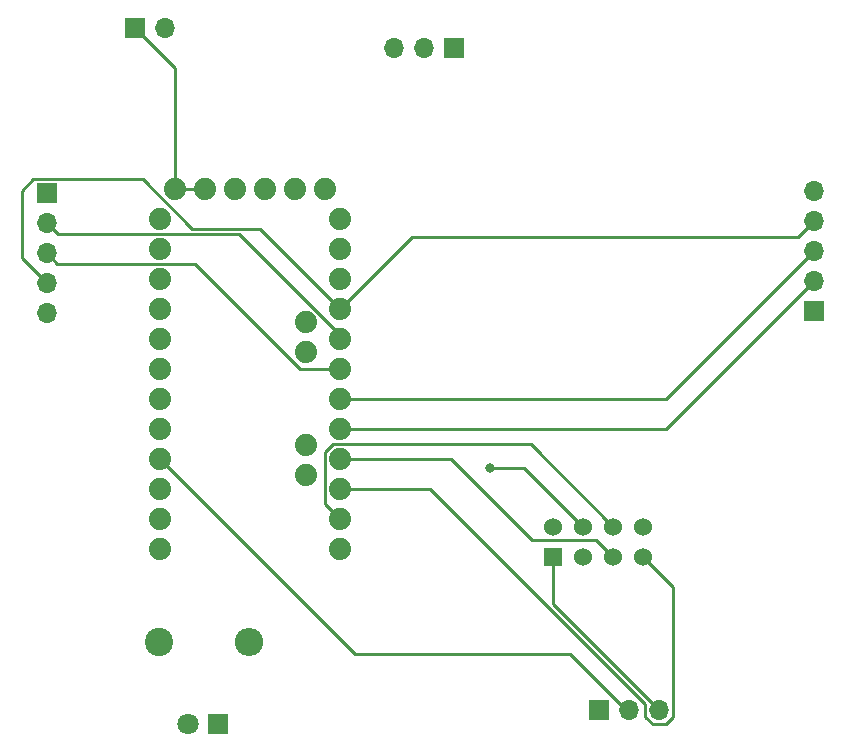
<source format=gbr>
G04 #@! TF.GenerationSoftware,KiCad,Pcbnew,5.1.9+dfsg1-1*
G04 #@! TF.CreationDate,2022-06-21T09:56:44-04:00*
G04 #@! TF.ProjectId,VS_robot_controller,56535f72-6f62-46f7-945f-636f6e74726f,rev?*
G04 #@! TF.SameCoordinates,Original*
G04 #@! TF.FileFunction,Copper,L2,Bot*
G04 #@! TF.FilePolarity,Positive*
%FSLAX46Y46*%
G04 Gerber Fmt 4.6, Leading zero omitted, Abs format (unit mm)*
G04 Created by KiCad (PCBNEW 5.1.9+dfsg1-1) date 2022-06-21 09:56:44*
%MOMM*%
%LPD*%
G01*
G04 APERTURE LIST*
G04 #@! TA.AperFunction,ComponentPad*
%ADD10R,1.524000X1.524000*%
G04 #@! TD*
G04 #@! TA.AperFunction,ComponentPad*
%ADD11C,1.524000*%
G04 #@! TD*
G04 #@! TA.AperFunction,ComponentPad*
%ADD12O,1.700000X1.700000*%
G04 #@! TD*
G04 #@! TA.AperFunction,ComponentPad*
%ADD13R,1.700000X1.700000*%
G04 #@! TD*
G04 #@! TA.AperFunction,ComponentPad*
%ADD14R,1.800000X1.800000*%
G04 #@! TD*
G04 #@! TA.AperFunction,ComponentPad*
%ADD15C,1.800000*%
G04 #@! TD*
G04 #@! TA.AperFunction,ComponentPad*
%ADD16C,2.400000*%
G04 #@! TD*
G04 #@! TA.AperFunction,ComponentPad*
%ADD17O,2.400000X2.400000*%
G04 #@! TD*
G04 #@! TA.AperFunction,ComponentPad*
%ADD18C,1.879600*%
G04 #@! TD*
G04 #@! TA.AperFunction,ViaPad*
%ADD19C,0.800000*%
G04 #@! TD*
G04 #@! TA.AperFunction,Conductor*
%ADD20C,0.250000*%
G04 #@! TD*
G04 APERTURE END LIST*
D10*
X215900000Y-88800000D03*
D11*
X215900000Y-86260000D03*
X218440000Y-88800000D03*
X218440000Y-86260000D03*
X220980000Y-88800000D03*
X220980000Y-86260000D03*
X223520000Y-88800000D03*
X223520000Y-86260000D03*
D12*
X238000000Y-57840000D03*
X238000000Y-60380000D03*
X238000000Y-62920000D03*
X238000000Y-65460000D03*
D13*
X238000000Y-68000000D03*
D14*
X187500000Y-103000000D03*
D15*
X184960000Y-103000000D03*
D13*
X173000000Y-58000000D03*
D12*
X173000000Y-60540000D03*
X173000000Y-63080000D03*
X173000000Y-65620000D03*
X173000000Y-68160000D03*
D16*
X182500000Y-96000000D03*
D17*
X190120000Y-96000000D03*
D13*
X207518000Y-45720000D03*
D12*
X204978000Y-45720000D03*
X202438000Y-45720000D03*
X224880000Y-101800000D03*
X222340000Y-101800000D03*
D13*
X219800000Y-101800000D03*
X180500000Y-44000000D03*
D12*
X183040000Y-44000000D03*
D18*
X182626000Y-60198000D03*
X182626000Y-62738000D03*
X182626000Y-65278000D03*
X182626000Y-67818000D03*
X182626000Y-70358000D03*
X182626000Y-72898000D03*
X182626000Y-75438000D03*
X182626000Y-77978000D03*
X182626000Y-80518000D03*
X182626000Y-83058000D03*
X182626000Y-85598000D03*
X182626000Y-88138000D03*
X197866000Y-88138000D03*
X197866000Y-85598000D03*
X197866000Y-83058000D03*
X197866000Y-80518000D03*
X197866000Y-77978000D03*
X197866000Y-75438000D03*
X197866000Y-72898000D03*
X197866000Y-70358000D03*
X197866000Y-67818000D03*
X197866000Y-65278000D03*
X197866000Y-62738000D03*
X197866000Y-60198000D03*
X194945000Y-81915000D03*
X194945000Y-79375000D03*
X194945000Y-68961000D03*
X194945000Y-71501000D03*
X183896000Y-57658000D03*
X186436000Y-57658000D03*
X188976000Y-57658000D03*
X191516000Y-57658000D03*
X194056000Y-57658000D03*
X196596000Y-57658000D03*
D19*
X210566000Y-81280000D03*
D20*
X191071189Y-61023189D02*
X197866000Y-67818000D01*
X185323095Y-61023189D02*
X191071189Y-61023189D01*
X181124905Y-56824999D02*
X185323095Y-61023189D01*
X171889999Y-56824999D02*
X181124905Y-56824999D01*
X170885010Y-57829988D02*
X171889999Y-56824999D01*
X170885010Y-63505010D02*
X170885010Y-57829988D01*
X173000000Y-65620000D02*
X170885010Y-63505010D01*
X236635001Y-61744999D02*
X238000000Y-60380000D01*
X203939001Y-61744999D02*
X236635001Y-61744999D01*
X197866000Y-67818000D02*
X203939001Y-61744999D01*
X215900000Y-92820000D02*
X224880000Y-101800000D01*
X215900000Y-88800000D02*
X215900000Y-92820000D01*
X183896000Y-47396000D02*
X180500000Y-44000000D01*
X183896000Y-57658000D02*
X183896000Y-47396000D01*
X183896000Y-57658000D02*
X186436000Y-57658000D01*
X197866000Y-70010094D02*
X197866000Y-70358000D01*
X189329105Y-61473199D02*
X197866000Y-70010094D01*
X173933199Y-61473199D02*
X189329105Y-61473199D01*
X173000000Y-60540000D02*
X173933199Y-61473199D01*
X194470094Y-72898000D02*
X197866000Y-72898000D01*
X185574895Y-64002801D02*
X194470094Y-72898000D01*
X173922801Y-64002801D02*
X185574895Y-64002801D01*
X173000000Y-63080000D02*
X173922801Y-64002801D01*
X225482000Y-75438000D02*
X238000000Y-62920000D01*
X197866000Y-75438000D02*
X225482000Y-75438000D01*
X225482000Y-77978000D02*
X197866000Y-77978000D01*
X238000000Y-65460000D02*
X225482000Y-77978000D01*
X213460000Y-81280000D02*
X218440000Y-86260000D01*
X210566000Y-81280000D02*
X213460000Y-81280000D01*
X219527001Y-87347001D02*
X214093001Y-87347001D01*
X220980000Y-88800000D02*
X219527001Y-87347001D01*
X207264000Y-80518000D02*
X197866000Y-80518000D01*
X214093001Y-87347001D02*
X207264000Y-80518000D01*
X213973199Y-79253199D02*
X220980000Y-86260000D01*
X197258895Y-79253199D02*
X213973199Y-79253199D01*
X196601199Y-79910895D02*
X197258895Y-79253199D01*
X196601199Y-84333199D02*
X196601199Y-79910895D01*
X197866000Y-85598000D02*
X196601199Y-84333199D01*
X226055001Y-91335001D02*
X223520000Y-88800000D01*
X226055001Y-102364001D02*
X226055001Y-91335001D01*
X225444001Y-102975001D02*
X226055001Y-102364001D01*
X224315999Y-102975001D02*
X225444001Y-102975001D01*
X223704999Y-102364001D02*
X224315999Y-102975001D01*
X223704999Y-101261409D02*
X223704999Y-102364001D01*
X205501590Y-83058000D02*
X223704999Y-101261409D01*
X197866000Y-83058000D02*
X205501590Y-83058000D01*
X182626000Y-80518000D02*
X199136000Y-97028000D01*
X222085002Y-101800000D02*
X222340000Y-101800000D01*
X217313002Y-97028000D02*
X222085002Y-101800000D01*
X199136000Y-97028000D02*
X217313002Y-97028000D01*
M02*

</source>
